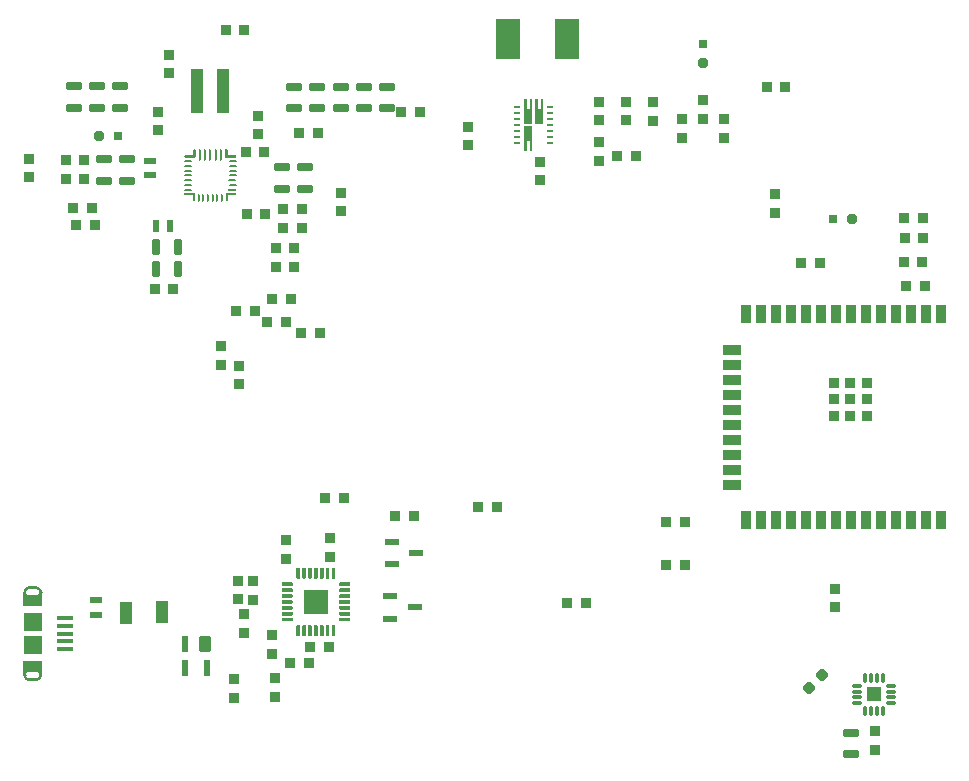
<source format=gtp>
G04*
G04 #@! TF.GenerationSoftware,Altium Limited,Altium Designer,25.8.1 (18)*
G04*
G04 Layer_Color=8421504*
%FSLAX25Y25*%
%MOIN*%
G70*
G04*
G04 #@! TF.SameCoordinates,64F7C8A9-438D-4F9F-9055-C3E4DFCE694A*
G04*
G04*
G04 #@! TF.FilePolarity,Positive*
G04*
G01*
G75*
%ADD20C,0.00000*%
%ADD21O,0.02362X0.00945*%
G04:AMPARAMS|DCode=22|XSize=35.43mil|YSize=35.43mil|CornerRadius=8.86mil|HoleSize=0mil|Usage=FLASHONLY|Rotation=270.000|XOffset=0mil|YOffset=0mil|HoleType=Round|Shape=RoundedRectangle|*
%AMROUNDEDRECTD22*
21,1,0.03543,0.01772,0,0,270.0*
21,1,0.01772,0.03543,0,0,270.0*
1,1,0.01772,-0.00886,-0.00886*
1,1,0.01772,-0.00886,0.00886*
1,1,0.01772,0.00886,0.00886*
1,1,0.01772,0.00886,-0.00886*
%
%ADD22ROUNDEDRECTD22*%
G04:AMPARAMS|DCode=23|XSize=35.04mil|YSize=36.61mil|CornerRadius=8.76mil|HoleSize=0mil|Usage=FLASHONLY|Rotation=270.000|XOffset=0mil|YOffset=0mil|HoleType=Round|Shape=RoundedRectangle|*
%AMROUNDEDRECTD23*
21,1,0.03504,0.01909,0,0,270.0*
21,1,0.01752,0.03661,0,0,270.0*
1,1,0.01752,-0.00955,-0.00876*
1,1,0.01752,-0.00955,0.00876*
1,1,0.01752,0.00955,0.00876*
1,1,0.01752,0.00955,-0.00876*
%
%ADD23ROUNDEDRECTD23*%
G04:AMPARAMS|DCode=24|XSize=35.43mil|YSize=35.43mil|CornerRadius=8.86mil|HoleSize=0mil|Usage=FLASHONLY|Rotation=180.000|XOffset=0mil|YOffset=0mil|HoleType=Round|Shape=RoundedRectangle|*
%AMROUNDEDRECTD24*
21,1,0.03543,0.01772,0,0,180.0*
21,1,0.01772,0.03543,0,0,180.0*
1,1,0.01772,-0.00886,0.00886*
1,1,0.01772,0.00886,0.00886*
1,1,0.01772,0.00886,-0.00886*
1,1,0.01772,-0.00886,-0.00886*
%
%ADD24ROUNDEDRECTD24*%
G04:AMPARAMS|DCode=25|XSize=23.23mil|YSize=51.18mil|CornerRadius=1.74mil|HoleSize=0mil|Usage=FLASHONLY|Rotation=180.000|XOffset=0mil|YOffset=0mil|HoleType=Round|Shape=RoundedRectangle|*
%AMROUNDEDRECTD25*
21,1,0.02323,0.04770,0,0,180.0*
21,1,0.01974,0.05118,0,0,180.0*
1,1,0.00348,-0.00987,0.02385*
1,1,0.00348,0.00987,0.02385*
1,1,0.00348,0.00987,-0.02385*
1,1,0.00348,-0.00987,-0.02385*
%
%ADD25ROUNDEDRECTD25*%
%ADD26R,0.06102X0.05906*%
%ADD27R,0.05315X0.01575*%
%ADD28R,0.03150X0.03150*%
%ADD29R,0.03150X0.03150*%
%ADD30R,0.02461X0.03937*%
%ADD31R,0.03937X0.02461*%
G04:AMPARAMS|DCode=32|XSize=35.04mil|YSize=36.61mil|CornerRadius=8.76mil|HoleSize=0mil|Usage=FLASHONLY|Rotation=180.000|XOffset=0mil|YOffset=0mil|HoleType=Round|Shape=RoundedRectangle|*
%AMROUNDEDRECTD32*
21,1,0.03504,0.01909,0,0,180.0*
21,1,0.01752,0.03661,0,0,180.0*
1,1,0.01752,-0.00876,0.00955*
1,1,0.01752,0.00876,0.00955*
1,1,0.01752,0.00876,-0.00955*
1,1,0.01752,-0.00876,-0.00955*
%
%ADD32ROUNDEDRECTD32*%
G04:AMPARAMS|DCode=33|XSize=55.12mil|YSize=27.56mil|CornerRadius=6.89mil|HoleSize=0mil|Usage=FLASHONLY|Rotation=180.000|XOffset=0mil|YOffset=0mil|HoleType=Round|Shape=RoundedRectangle|*
%AMROUNDEDRECTD33*
21,1,0.05512,0.01378,0,0,180.0*
21,1,0.04134,0.02756,0,0,180.0*
1,1,0.01378,-0.02067,0.00689*
1,1,0.01378,0.02067,0.00689*
1,1,0.01378,0.02067,-0.00689*
1,1,0.01378,-0.02067,-0.00689*
%
%ADD33ROUNDEDRECTD33*%
G04:AMPARAMS|DCode=34|XSize=55.12mil|YSize=27.56mil|CornerRadius=6.89mil|HoleSize=0mil|Usage=FLASHONLY|Rotation=90.000|XOffset=0mil|YOffset=0mil|HoleType=Round|Shape=RoundedRectangle|*
%AMROUNDEDRECTD34*
21,1,0.05512,0.01378,0,0,90.0*
21,1,0.04134,0.02756,0,0,90.0*
1,1,0.01378,0.00689,0.02067*
1,1,0.01378,0.00689,-0.02067*
1,1,0.01378,-0.00689,-0.02067*
1,1,0.01378,-0.00689,0.02067*
%
%ADD34ROUNDEDRECTD34*%
%ADD35R,0.08342X0.08342*%
G04:AMPARAMS|DCode=36|XSize=7.87mil|YSize=23.62mil|CornerRadius=1.97mil|HoleSize=0mil|Usage=FLASHONLY|Rotation=0.000|XOffset=0mil|YOffset=0mil|HoleType=Round|Shape=RoundedRectangle|*
%AMROUNDEDRECTD36*
21,1,0.00787,0.01968,0,0,0.0*
21,1,0.00394,0.02362,0,0,0.0*
1,1,0.00394,0.00197,-0.00984*
1,1,0.00394,-0.00197,-0.00984*
1,1,0.00394,-0.00197,0.00984*
1,1,0.00394,0.00197,0.00984*
%
%ADD36ROUNDEDRECTD36*%
G04:AMPARAMS|DCode=37|XSize=7.87mil|YSize=39.37mil|CornerRadius=1.97mil|HoleSize=0mil|Usage=FLASHONLY|Rotation=0.000|XOffset=0mil|YOffset=0mil|HoleType=Round|Shape=RoundedRectangle|*
%AMROUNDEDRECTD37*
21,1,0.00787,0.03543,0,0,0.0*
21,1,0.00394,0.03937,0,0,0.0*
1,1,0.00394,0.00197,-0.01772*
1,1,0.00394,-0.00197,-0.01772*
1,1,0.00394,-0.00197,0.01772*
1,1,0.00394,0.00197,0.01772*
%
%ADD37ROUNDEDRECTD37*%
G04:AMPARAMS|DCode=38|XSize=11.81mil|YSize=31.5mil|CornerRadius=2.95mil|HoleSize=0mil|Usage=FLASHONLY|Rotation=90.000|XOffset=0mil|YOffset=0mil|HoleType=Round|Shape=RoundedRectangle|*
%AMROUNDEDRECTD38*
21,1,0.01181,0.02559,0,0,90.0*
21,1,0.00591,0.03150,0,0,90.0*
1,1,0.00591,0.01280,0.00295*
1,1,0.00591,0.01280,-0.00295*
1,1,0.00591,-0.01280,-0.00295*
1,1,0.00591,-0.01280,0.00295*
%
%ADD38ROUNDEDRECTD38*%
G04:AMPARAMS|DCode=39|XSize=11.81mil|YSize=31.5mil|CornerRadius=2.95mil|HoleSize=0mil|Usage=FLASHONLY|Rotation=0.000|XOffset=0mil|YOffset=0mil|HoleType=Round|Shape=RoundedRectangle|*
%AMROUNDEDRECTD39*
21,1,0.01181,0.02559,0,0,0.0*
21,1,0.00591,0.03150,0,0,0.0*
1,1,0.00591,0.00295,-0.01280*
1,1,0.00591,-0.00295,-0.01280*
1,1,0.00591,-0.00295,0.01280*
1,1,0.00591,0.00295,0.01280*
%
%ADD39ROUNDEDRECTD39*%
%ADD40R,0.04842X0.04842*%
%ADD41R,0.03543X0.03543*%
%ADD42R,0.03543X0.05906*%
%ADD43R,0.05906X0.03543*%
G04:AMPARAMS|DCode=44|XSize=26.77mil|YSize=7.87mil|CornerRadius=1.97mil|HoleSize=0mil|Usage=FLASHONLY|Rotation=0.000|XOffset=0mil|YOffset=0mil|HoleType=Round|Shape=RoundedRectangle|*
%AMROUNDEDRECTD44*
21,1,0.02677,0.00394,0,0,0.0*
21,1,0.02284,0.00787,0,0,0.0*
1,1,0.00394,0.01142,-0.00197*
1,1,0.00394,-0.01142,-0.00197*
1,1,0.00394,-0.01142,0.00197*
1,1,0.00394,0.01142,0.00197*
%
%ADD44ROUNDEDRECTD44*%
G04:AMPARAMS|DCode=45|XSize=25.59mil|YSize=7.87mil|CornerRadius=1.97mil|HoleSize=0mil|Usage=FLASHONLY|Rotation=0.000|XOffset=0mil|YOffset=0mil|HoleType=Round|Shape=RoundedRectangle|*
%AMROUNDEDRECTD45*
21,1,0.02559,0.00394,0,0,0.0*
21,1,0.02165,0.00787,0,0,0.0*
1,1,0.00394,0.01083,-0.00197*
1,1,0.00394,-0.01083,-0.00197*
1,1,0.00394,-0.01083,0.00197*
1,1,0.00394,0.01083,0.00197*
%
%ADD45ROUNDEDRECTD45*%
G04:AMPARAMS|DCode=46|XSize=27.56mil|YSize=7.87mil|CornerRadius=1.97mil|HoleSize=0mil|Usage=FLASHONLY|Rotation=0.000|XOffset=0mil|YOffset=0mil|HoleType=Round|Shape=RoundedRectangle|*
%AMROUNDEDRECTD46*
21,1,0.02756,0.00394,0,0,0.0*
21,1,0.02362,0.00787,0,0,0.0*
1,1,0.00394,0.01181,-0.00197*
1,1,0.00394,-0.01181,-0.00197*
1,1,0.00394,-0.01181,0.00197*
1,1,0.00394,0.01181,0.00197*
%
%ADD46ROUNDEDRECTD46*%
G04:AMPARAMS|DCode=47|XSize=7.87mil|YSize=37.4mil|CornerRadius=1.97mil|HoleSize=0mil|Usage=FLASHONLY|Rotation=0.000|XOffset=0mil|YOffset=0mil|HoleType=Round|Shape=RoundedRectangle|*
%AMROUNDEDRECTD47*
21,1,0.00787,0.03347,0,0,0.0*
21,1,0.00394,0.03740,0,0,0.0*
1,1,0.00394,0.00197,-0.01673*
1,1,0.00394,-0.00197,-0.01673*
1,1,0.00394,-0.00197,0.01673*
1,1,0.00394,0.00197,0.01673*
%
%ADD47ROUNDEDRECTD47*%
G04:AMPARAMS|DCode=48|XSize=23.62mil|YSize=7.87mil|CornerRadius=1.97mil|HoleSize=0mil|Usage=FLASHONLY|Rotation=0.000|XOffset=0mil|YOffset=0mil|HoleType=Round|Shape=RoundedRectangle|*
%AMROUNDEDRECTD48*
21,1,0.02362,0.00394,0,0,0.0*
21,1,0.01968,0.00787,0,0,0.0*
1,1,0.00394,0.00984,-0.00197*
1,1,0.00394,-0.00984,-0.00197*
1,1,0.00394,-0.00984,0.00197*
1,1,0.00394,0.00984,0.00197*
%
%ADD48ROUNDEDRECTD48*%
%ADD49R,0.03900X0.07500*%
G04:AMPARAMS|DCode=50|XSize=35.43mil|YSize=35.43mil|CornerRadius=8.86mil|HoleSize=0mil|Usage=FLASHONLY|Rotation=315.000|XOffset=0mil|YOffset=0mil|HoleType=Round|Shape=RoundedRectangle|*
%AMROUNDEDRECTD50*
21,1,0.03543,0.01772,0,0,315.0*
21,1,0.01772,0.03543,0,0,315.0*
1,1,0.01772,0.00000,-0.01253*
1,1,0.01772,-0.01253,0.00000*
1,1,0.01772,0.00000,0.01253*
1,1,0.01772,0.01253,0.00000*
%
%ADD50ROUNDEDRECTD50*%
%ADD51R,0.03858X0.15000*%
%ADD52R,0.04800X0.02200*%
G04:AMPARAMS|DCode=53|XSize=31.5mil|YSize=31.5mil|CornerRadius=7.87mil|HoleSize=0mil|Usage=FLASHONLY|Rotation=90.000|XOffset=0mil|YOffset=0mil|HoleType=Round|Shape=RoundedRectangle|*
%AMROUNDEDRECTD53*
21,1,0.03150,0.01575,0,0,90.0*
21,1,0.01575,0.03150,0,0,90.0*
1,1,0.01575,0.00787,0.00787*
1,1,0.01575,0.00787,-0.00787*
1,1,0.01575,-0.00787,-0.00787*
1,1,0.01575,-0.00787,0.00787*
%
%ADD53ROUNDEDRECTD53*%
G04:AMPARAMS|DCode=54|XSize=31.5mil|YSize=31.5mil|CornerRadius=7.87mil|HoleSize=0mil|Usage=FLASHONLY|Rotation=0.000|XOffset=0mil|YOffset=0mil|HoleType=Round|Shape=RoundedRectangle|*
%AMROUNDEDRECTD54*
21,1,0.03150,0.01575,0,0,0.0*
21,1,0.01575,0.03150,0,0,0.0*
1,1,0.01575,0.00787,-0.00787*
1,1,0.01575,-0.00787,-0.00787*
1,1,0.01575,-0.00787,0.00787*
1,1,0.01575,0.00787,0.00787*
%
%ADD54ROUNDEDRECTD54*%
%ADD55R,0.08300X0.13300*%
G04:AMPARAMS|DCode=56|XSize=38.98mil|YSize=51.18mil|CornerRadius=2.92mil|HoleSize=0mil|Usage=FLASHONLY|Rotation=180.000|XOffset=0mil|YOffset=0mil|HoleType=Round|Shape=RoundedRectangle|*
%AMROUNDEDRECTD56*
21,1,0.03898,0.04534,0,0,180.0*
21,1,0.03313,0.05118,0,0,180.0*
1,1,0.00585,-0.01657,0.02267*
1,1,0.00585,0.01657,0.02267*
1,1,0.00585,0.01657,-0.02267*
1,1,0.00585,-0.01657,-0.02267*
%
%ADD56ROUNDEDRECTD56*%
G36*
X177010Y231725D02*
X174412D01*
Y239993D01*
X175199D01*
Y236647D01*
X176223D01*
Y239993D01*
X177010D01*
Y231725D01*
D02*
G37*
G36*
X173388D02*
X170790D01*
Y239993D01*
X171577D01*
Y236647D01*
X172601D01*
Y239993D01*
X173388D01*
Y231725D01*
D02*
G37*
G36*
Y222670D02*
X172601D01*
Y226016D01*
X171577D01*
Y222670D01*
X170790D01*
Y230938D01*
X173388D01*
Y222670D01*
D02*
G37*
G36*
X71691Y223252D02*
X71698D01*
X71710Y223248D01*
X71718D01*
X71730Y223244D01*
X71738Y223240D01*
X71750Y223236D01*
X71758Y223229D01*
X71765Y223224D01*
X71773Y223217D01*
X71781Y223213D01*
X71789Y223205D01*
X71797Y223197D01*
X71805Y223189D01*
X71813Y223181D01*
X71816Y223173D01*
X71824Y223165D01*
X71828Y223158D01*
X71836Y223150D01*
X71840Y223138D01*
X71844Y223130D01*
X71848Y223118D01*
Y223110D01*
X71852Y223098D01*
Y223091D01*
X71856Y223079D01*
Y223071D01*
Y223059D01*
Y221287D01*
X74632D01*
X74643Y221284D01*
X74651D01*
X74663Y221280D01*
X74671D01*
X74683Y221276D01*
X74691Y221272D01*
X74702Y221268D01*
X74710Y221260D01*
X74718Y221256D01*
X74726Y221248D01*
X74734Y221244D01*
X74742Y221236D01*
X74750Y221229D01*
X74757Y221221D01*
X74765Y221213D01*
X74769Y221205D01*
X74777Y221197D01*
X74781Y221189D01*
X74789Y221181D01*
X74793Y221169D01*
X74797Y221162D01*
X74801Y221150D01*
Y221142D01*
X74805Y221130D01*
Y221122D01*
X74809Y221110D01*
Y221102D01*
Y221091D01*
Y220697D01*
Y220685D01*
Y220677D01*
X74805Y220666D01*
Y220658D01*
X74801Y220646D01*
Y220638D01*
X74797Y220626D01*
X74793Y220618D01*
X74789Y220606D01*
X74781Y220599D01*
X74777Y220591D01*
X74769Y220583D01*
X74765Y220575D01*
X74757Y220567D01*
X74750Y220559D01*
X74742Y220551D01*
X74734Y220543D01*
X74726Y220539D01*
X74718Y220532D01*
X74710Y220528D01*
X74702Y220520D01*
X74691Y220516D01*
X74683Y220512D01*
X74671Y220508D01*
X74663D01*
X74651Y220504D01*
X74643D01*
X74632Y220500D01*
X71246D01*
X71234Y220504D01*
X71226D01*
X71214Y220508D01*
X71206D01*
X71194Y220512D01*
X71187Y220516D01*
X71175Y220520D01*
X71167Y220528D01*
X71159Y220532D01*
X71151Y220539D01*
X71143Y220543D01*
X71135Y220551D01*
X71128Y220559D01*
X71120Y220567D01*
X71112Y220575D01*
X71108Y220583D01*
X71100Y220591D01*
X71096Y220599D01*
X71088Y220606D01*
X71084Y220618D01*
X71080Y220626D01*
X71076Y220638D01*
Y220646D01*
X71073Y220658D01*
Y220666D01*
X71069Y220677D01*
Y220685D01*
Y220697D01*
Y223059D01*
Y223071D01*
Y223079D01*
X71073Y223091D01*
Y223098D01*
X71076Y223110D01*
Y223118D01*
X71080Y223130D01*
X71084Y223138D01*
X71088Y223150D01*
X71096Y223158D01*
X71100Y223165D01*
X71108Y223173D01*
X71112Y223181D01*
X71120Y223189D01*
X71128Y223197D01*
X71135Y223205D01*
X71143Y223213D01*
X71151Y223217D01*
X71159Y223224D01*
X71167Y223229D01*
X71175Y223236D01*
X71187Y223240D01*
X71194Y223244D01*
X71206Y223248D01*
X71214D01*
X71226Y223252D01*
X71234D01*
X71246Y223256D01*
X71679D01*
X71691Y223252D01*
D02*
G37*
G36*
X61061D02*
X61068D01*
X61080Y223248D01*
X61088D01*
X61100Y223244D01*
X61108Y223240D01*
X61120Y223236D01*
X61128Y223229D01*
X61136Y223224D01*
X61143Y223217D01*
X61151Y223213D01*
X61159Y223205D01*
X61167Y223197D01*
X61175Y223189D01*
X61183Y223181D01*
X61187Y223173D01*
X61194Y223165D01*
X61198Y223158D01*
X61206Y223150D01*
X61210Y223138D01*
X61214Y223130D01*
X61218Y223118D01*
Y223110D01*
X61222Y223098D01*
Y223091D01*
X61226Y223079D01*
Y223071D01*
Y223059D01*
Y220697D01*
Y220685D01*
Y220677D01*
X61222Y220666D01*
Y220658D01*
X61218Y220646D01*
Y220638D01*
X61214Y220626D01*
X61210Y220618D01*
X61206Y220606D01*
X61198Y220599D01*
X61194Y220591D01*
X61187Y220583D01*
X61183Y220575D01*
X61175Y220567D01*
X61167Y220559D01*
X61159Y220551D01*
X61151Y220543D01*
X61143Y220539D01*
X61136Y220532D01*
X61128Y220528D01*
X61120Y220520D01*
X61108Y220516D01*
X61100Y220512D01*
X61088Y220508D01*
X61080D01*
X61068Y220504D01*
X61061D01*
X61049Y220500D01*
X57663D01*
X57651Y220504D01*
X57643D01*
X57631Y220508D01*
X57624D01*
X57612Y220512D01*
X57604Y220516D01*
X57592Y220520D01*
X57584Y220528D01*
X57576Y220532D01*
X57569Y220539D01*
X57561Y220543D01*
X57553Y220551D01*
X57545Y220559D01*
X57537Y220567D01*
X57529Y220575D01*
X57525Y220583D01*
X57517Y220591D01*
X57513Y220599D01*
X57506Y220606D01*
X57502Y220618D01*
X57498Y220626D01*
X57494Y220638D01*
Y220646D01*
X57490Y220658D01*
Y220666D01*
X57486Y220677D01*
Y220685D01*
Y220697D01*
Y221091D01*
Y221102D01*
Y221110D01*
X57490Y221122D01*
Y221130D01*
X57494Y221142D01*
Y221150D01*
X57498Y221162D01*
X57502Y221169D01*
X57506Y221181D01*
X57513Y221189D01*
X57517Y221197D01*
X57525Y221205D01*
X57529Y221213D01*
X57537Y221221D01*
X57545Y221229D01*
X57553Y221236D01*
X57561Y221244D01*
X57569Y221248D01*
X57576Y221256D01*
X57584Y221260D01*
X57592Y221268D01*
X57604Y221272D01*
X57612Y221276D01*
X57624Y221280D01*
X57631D01*
X57643Y221284D01*
X57651D01*
X57663Y221287D01*
X60439D01*
Y223059D01*
Y223071D01*
Y223079D01*
X60443Y223091D01*
Y223098D01*
X60447Y223110D01*
Y223118D01*
X60450Y223130D01*
X60454Y223138D01*
X60458Y223150D01*
X60466Y223158D01*
X60470Y223165D01*
X60478Y223173D01*
X60482Y223181D01*
X60490Y223189D01*
X60498Y223197D01*
X60505Y223205D01*
X60513Y223213D01*
X60521Y223217D01*
X60529Y223224D01*
X60537Y223229D01*
X60545Y223236D01*
X60557Y223240D01*
X60565Y223244D01*
X60576Y223248D01*
X60584D01*
X60596Y223252D01*
X60604D01*
X60616Y223256D01*
X61049D01*
X61061Y223252D01*
D02*
G37*
G36*
X74643Y208685D02*
X74651D01*
X74663Y208681D01*
X74671D01*
X74683Y208677D01*
X74691Y208673D01*
X74702Y208669D01*
X74710Y208662D01*
X74718Y208658D01*
X74726Y208650D01*
X74734Y208646D01*
X74742Y208638D01*
X74750Y208630D01*
X74757Y208622D01*
X74765Y208614D01*
X74769Y208606D01*
X74777Y208598D01*
X74781Y208591D01*
X74789Y208583D01*
X74793Y208571D01*
X74797Y208563D01*
X74801Y208551D01*
Y208543D01*
X74805Y208532D01*
Y208524D01*
X74809Y208512D01*
Y208504D01*
Y208492D01*
Y208099D01*
Y208087D01*
Y208079D01*
X74805Y208067D01*
Y208059D01*
X74801Y208047D01*
Y208039D01*
X74797Y208028D01*
X74793Y208020D01*
X74789Y208008D01*
X74781Y208000D01*
X74777Y207992D01*
X74769Y207984D01*
X74765Y207977D01*
X74757Y207969D01*
X74750Y207961D01*
X74742Y207953D01*
X74734Y207945D01*
X74726Y207941D01*
X74718Y207933D01*
X74710Y207929D01*
X74702Y207921D01*
X74691Y207917D01*
X74683Y207913D01*
X74671Y207910D01*
X74663D01*
X74651Y207906D01*
X74643D01*
X74632Y207902D01*
X72053D01*
Y206130D01*
Y206118D01*
Y206110D01*
X72049Y206099D01*
Y206091D01*
X72045Y206079D01*
Y206071D01*
X72041Y206059D01*
X72037Y206051D01*
X72033Y206040D01*
X72025Y206032D01*
X72021Y206024D01*
X72013Y206016D01*
X72009Y206008D01*
X72002Y206000D01*
X71994Y205992D01*
X71986Y205984D01*
X71978Y205977D01*
X71970Y205973D01*
X71962Y205965D01*
X71954Y205961D01*
X71947Y205953D01*
X71935Y205949D01*
X71927Y205945D01*
X71915Y205941D01*
X71907D01*
X71895Y205937D01*
X71887D01*
X71876Y205933D01*
X71443D01*
X71431Y205937D01*
X71423D01*
X71411Y205941D01*
X71403D01*
X71391Y205945D01*
X71384Y205949D01*
X71372Y205953D01*
X71364Y205961D01*
X71356Y205965D01*
X71348Y205973D01*
X71340Y205977D01*
X71332Y205984D01*
X71324Y205992D01*
X71316Y206000D01*
X71309Y206008D01*
X71305Y206016D01*
X71297Y206024D01*
X71293Y206032D01*
X71285Y206040D01*
X71281Y206051D01*
X71277Y206059D01*
X71273Y206071D01*
Y206079D01*
X71269Y206091D01*
Y206099D01*
X71265Y206110D01*
Y206118D01*
Y206130D01*
Y208492D01*
Y208504D01*
Y208512D01*
X71269Y208524D01*
Y208532D01*
X71273Y208543D01*
Y208551D01*
X71277Y208563D01*
X71281Y208571D01*
X71285Y208583D01*
X71293Y208591D01*
X71297Y208598D01*
X71305Y208606D01*
X71309Y208614D01*
X71316Y208622D01*
X71324Y208630D01*
X71332Y208638D01*
X71340Y208646D01*
X71348Y208650D01*
X71356Y208658D01*
X71364Y208662D01*
X71372Y208669D01*
X71384Y208673D01*
X71391Y208677D01*
X71403Y208681D01*
X71411D01*
X71423Y208685D01*
X71431D01*
X71443Y208689D01*
X74632D01*
X74643Y208685D01*
D02*
G37*
G36*
X60864D02*
X60872D01*
X60883Y208681D01*
X60891D01*
X60903Y208677D01*
X60911Y208673D01*
X60923Y208669D01*
X60931Y208662D01*
X60939Y208658D01*
X60947Y208650D01*
X60954Y208646D01*
X60962Y208638D01*
X60970Y208630D01*
X60978Y208622D01*
X60986Y208614D01*
X60990Y208606D01*
X60998Y208598D01*
X61002Y208591D01*
X61010Y208583D01*
X61013Y208571D01*
X61017Y208563D01*
X61021Y208551D01*
Y208543D01*
X61025Y208532D01*
Y208524D01*
X61029Y208512D01*
Y208504D01*
Y208492D01*
Y206130D01*
Y206118D01*
Y206110D01*
X61025Y206099D01*
Y206091D01*
X61021Y206079D01*
Y206071D01*
X61017Y206059D01*
X61013Y206051D01*
X61010Y206040D01*
X61002Y206032D01*
X60998Y206024D01*
X60990Y206016D01*
X60986Y206008D01*
X60978Y206000D01*
X60970Y205992D01*
X60962Y205984D01*
X60954Y205977D01*
X60947Y205973D01*
X60939Y205965D01*
X60931Y205961D01*
X60923Y205953D01*
X60911Y205949D01*
X60903Y205945D01*
X60891Y205941D01*
X60883D01*
X60872Y205937D01*
X60864D01*
X60852Y205933D01*
X60419D01*
X60407Y205937D01*
X60399D01*
X60387Y205941D01*
X60379D01*
X60368Y205945D01*
X60360Y205949D01*
X60348Y205953D01*
X60340Y205961D01*
X60332Y205965D01*
X60324Y205973D01*
X60316Y205977D01*
X60309Y205984D01*
X60301Y205992D01*
X60293Y206000D01*
X60285Y206008D01*
X60281Y206016D01*
X60273Y206024D01*
X60269Y206032D01*
X60261Y206040D01*
X60258Y206051D01*
X60254Y206059D01*
X60250Y206071D01*
Y206079D01*
X60246Y206091D01*
Y206099D01*
X60242Y206110D01*
Y206118D01*
Y206130D01*
Y207902D01*
X57663D01*
X57651Y207906D01*
X57643D01*
X57631Y207910D01*
X57624D01*
X57612Y207913D01*
X57604Y207917D01*
X57592Y207921D01*
X57584Y207929D01*
X57576Y207933D01*
X57569Y207941D01*
X57561Y207945D01*
X57553Y207953D01*
X57545Y207961D01*
X57537Y207969D01*
X57529Y207977D01*
X57525Y207984D01*
X57517Y207992D01*
X57513Y208000D01*
X57506Y208008D01*
X57502Y208020D01*
X57498Y208028D01*
X57494Y208039D01*
Y208047D01*
X57490Y208059D01*
Y208067D01*
X57486Y208079D01*
Y208087D01*
Y208099D01*
Y208492D01*
Y208504D01*
Y208512D01*
X57490Y208524D01*
Y208532D01*
X57494Y208543D01*
Y208551D01*
X57498Y208563D01*
X57502Y208571D01*
X57506Y208583D01*
X57513Y208591D01*
X57517Y208598D01*
X57525Y208606D01*
X57529Y208614D01*
X57537Y208622D01*
X57545Y208630D01*
X57553Y208638D01*
X57561Y208646D01*
X57569Y208650D01*
X57576Y208658D01*
X57584Y208662D01*
X57592Y208669D01*
X57604Y208673D01*
X57612Y208677D01*
X57624Y208681D01*
X57631D01*
X57643Y208685D01*
X57651D01*
X57663Y208689D01*
X60852D01*
X60864Y208685D01*
D02*
G37*
G36*
X107796Y80569D02*
Y80538D01*
X107792Y80506D01*
X107788Y80479D01*
X107784Y80447D01*
X107776Y80416D01*
X107768Y80388D01*
X107757Y80357D01*
X107745Y80329D01*
X107733Y80302D01*
X107717Y80274D01*
X107702Y80247D01*
X107682Y80223D01*
X107666Y80199D01*
X107642Y80176D01*
X107623Y80152D01*
X107599Y80132D01*
X107576Y80109D01*
X107552Y80093D01*
X107528Y80073D01*
X107501Y80058D01*
X107473Y80042D01*
X107446Y80030D01*
X107418Y80018D01*
X107387Y80006D01*
X107359Y79998D01*
X107328Y79991D01*
X107296Y79987D01*
X107269Y79983D01*
X107237Y79979D01*
X107174D01*
X107142Y79983D01*
X107115Y79987D01*
X107083Y79991D01*
X107052Y79998D01*
X107024Y80006D01*
X106993Y80018D01*
X106965Y80030D01*
X106938Y80042D01*
X106910Y80058D01*
X106883Y80073D01*
X106859Y80093D01*
X106835Y80109D01*
X106812Y80132D01*
X106788Y80152D01*
X106769Y80176D01*
X106745Y80199D01*
X106729Y80223D01*
X106709Y80247D01*
X106694Y80274D01*
X106678Y80302D01*
X106666Y80329D01*
X106654Y80357D01*
X106642Y80388D01*
X106635Y80416D01*
X106627Y80447D01*
X106623Y80479D01*
X106619Y80506D01*
X106615Y80538D01*
Y80569D01*
Y83719D01*
X107796D01*
Y80569D01*
D02*
G37*
G36*
X105828D02*
Y80538D01*
X105824Y80506D01*
X105820Y80479D01*
X105816Y80447D01*
X105808Y80416D01*
X105800Y80388D01*
X105788Y80357D01*
X105776Y80329D01*
X105765Y80302D01*
X105749Y80274D01*
X105733Y80247D01*
X105713Y80223D01*
X105698Y80199D01*
X105674Y80176D01*
X105654Y80152D01*
X105631Y80132D01*
X105607Y80109D01*
X105584Y80093D01*
X105560Y80073D01*
X105532Y80058D01*
X105505Y80042D01*
X105477Y80030D01*
X105450Y80018D01*
X105418Y80006D01*
X105391Y79998D01*
X105359Y79991D01*
X105328Y79987D01*
X105300Y79983D01*
X105269Y79979D01*
X105206D01*
X105174Y79983D01*
X105147Y79987D01*
X105115Y79991D01*
X105084Y79998D01*
X105056Y80006D01*
X105024Y80018D01*
X104997Y80030D01*
X104969Y80042D01*
X104942Y80058D01*
X104914Y80073D01*
X104891Y80093D01*
X104867Y80109D01*
X104843Y80132D01*
X104820Y80152D01*
X104800Y80176D01*
X104776Y80199D01*
X104761Y80223D01*
X104741Y80247D01*
X104725Y80274D01*
X104709Y80302D01*
X104698Y80329D01*
X104686Y80357D01*
X104674Y80388D01*
X104666Y80416D01*
X104658Y80447D01*
X104654Y80479D01*
X104650Y80506D01*
X104647Y80538D01*
Y80569D01*
Y83719D01*
X105828D01*
Y80569D01*
D02*
G37*
G36*
X103859D02*
Y80538D01*
X103855Y80506D01*
X103851Y80479D01*
X103847Y80447D01*
X103839Y80416D01*
X103832Y80388D01*
X103820Y80357D01*
X103808Y80329D01*
X103796Y80302D01*
X103780Y80274D01*
X103765Y80247D01*
X103745Y80223D01*
X103729Y80199D01*
X103706Y80176D01*
X103686Y80152D01*
X103662Y80132D01*
X103639Y80109D01*
X103615Y80093D01*
X103591Y80073D01*
X103564Y80058D01*
X103536Y80042D01*
X103509Y80030D01*
X103481Y80018D01*
X103450Y80006D01*
X103422Y79998D01*
X103391Y79991D01*
X103359Y79987D01*
X103331Y79983D01*
X103300Y79979D01*
X103237D01*
X103206Y79983D01*
X103178Y79987D01*
X103147Y79991D01*
X103115Y79998D01*
X103087Y80006D01*
X103056Y80018D01*
X103028Y80030D01*
X103001Y80042D01*
X102973Y80058D01*
X102946Y80073D01*
X102922Y80093D01*
X102898Y80109D01*
X102875Y80132D01*
X102851Y80152D01*
X102831Y80176D01*
X102808Y80199D01*
X102792Y80223D01*
X102772Y80247D01*
X102757Y80274D01*
X102741Y80302D01*
X102729Y80329D01*
X102717Y80357D01*
X102706Y80388D01*
X102698Y80416D01*
X102690Y80447D01*
X102686Y80479D01*
X102682Y80506D01*
X102678Y80538D01*
Y80569D01*
Y83719D01*
X103859D01*
Y80569D01*
D02*
G37*
G36*
X101891D02*
Y80538D01*
X101887Y80506D01*
X101883Y80479D01*
X101879Y80447D01*
X101871Y80416D01*
X101863Y80388D01*
X101851Y80357D01*
X101839Y80329D01*
X101828Y80302D01*
X101812Y80274D01*
X101796Y80247D01*
X101776Y80223D01*
X101761Y80199D01*
X101737Y80176D01*
X101717Y80152D01*
X101694Y80132D01*
X101670Y80109D01*
X101646Y80093D01*
X101623Y80073D01*
X101595Y80058D01*
X101568Y80042D01*
X101540Y80030D01*
X101513Y80018D01*
X101481Y80006D01*
X101453Y79998D01*
X101422Y79991D01*
X101391Y79987D01*
X101363Y79983D01*
X101331Y79979D01*
X101268D01*
X101237Y79983D01*
X101209Y79987D01*
X101178Y79991D01*
X101146Y79998D01*
X101119Y80006D01*
X101087Y80018D01*
X101060Y80030D01*
X101032Y80042D01*
X101005Y80058D01*
X100977Y80073D01*
X100953Y80093D01*
X100930Y80109D01*
X100906Y80132D01*
X100883Y80152D01*
X100863Y80176D01*
X100839Y80199D01*
X100824Y80223D01*
X100804Y80247D01*
X100788Y80274D01*
X100772Y80302D01*
X100761Y80329D01*
X100749Y80357D01*
X100737Y80388D01*
X100729Y80416D01*
X100721Y80447D01*
X100717Y80479D01*
X100713Y80506D01*
X100709Y80538D01*
Y80569D01*
Y83719D01*
X101891D01*
Y80569D01*
D02*
G37*
G36*
X99922D02*
Y80538D01*
X99918Y80506D01*
X99914Y80479D01*
X99910Y80447D01*
X99902Y80416D01*
X99894Y80388D01*
X99883Y80357D01*
X99871Y80329D01*
X99859Y80302D01*
X99843Y80274D01*
X99828Y80247D01*
X99808Y80223D01*
X99792Y80199D01*
X99769Y80176D01*
X99749Y80152D01*
X99725Y80132D01*
X99702Y80109D01*
X99678Y80093D01*
X99654Y80073D01*
X99627Y80058D01*
X99599Y80042D01*
X99572Y80030D01*
X99544Y80018D01*
X99513Y80006D01*
X99485Y79998D01*
X99454Y79991D01*
X99422Y79987D01*
X99395Y79983D01*
X99363Y79979D01*
X99300D01*
X99269Y79983D01*
X99241Y79987D01*
X99209Y79991D01*
X99178Y79998D01*
X99150Y80006D01*
X99119Y80018D01*
X99091Y80030D01*
X99064Y80042D01*
X99036Y80058D01*
X99009Y80073D01*
X98985Y80093D01*
X98961Y80109D01*
X98938Y80132D01*
X98914Y80152D01*
X98895Y80176D01*
X98871Y80199D01*
X98855Y80223D01*
X98835Y80247D01*
X98820Y80274D01*
X98804Y80302D01*
X98792Y80329D01*
X98780Y80357D01*
X98769Y80388D01*
X98761Y80416D01*
X98753Y80447D01*
X98749Y80479D01*
X98745Y80506D01*
X98741Y80538D01*
Y80569D01*
Y83719D01*
X99922D01*
Y80569D01*
D02*
G37*
G36*
X97953D02*
Y80538D01*
X97950Y80506D01*
X97946Y80479D01*
X97942Y80447D01*
X97934Y80416D01*
X97926Y80388D01*
X97914Y80357D01*
X97902Y80329D01*
X97891Y80302D01*
X97875Y80274D01*
X97859Y80247D01*
X97839Y80223D01*
X97824Y80199D01*
X97800Y80176D01*
X97780Y80152D01*
X97757Y80132D01*
X97733Y80109D01*
X97710Y80093D01*
X97686Y80073D01*
X97658Y80058D01*
X97631Y80042D01*
X97603Y80030D01*
X97576Y80018D01*
X97544Y80006D01*
X97517Y79998D01*
X97485Y79991D01*
X97453Y79987D01*
X97426Y79983D01*
X97395Y79979D01*
X97332D01*
X97300Y79983D01*
X97272Y79987D01*
X97241Y79991D01*
X97210Y79998D01*
X97182Y80006D01*
X97150Y80018D01*
X97123Y80030D01*
X97095Y80042D01*
X97068Y80058D01*
X97040Y80073D01*
X97017Y80093D01*
X96993Y80109D01*
X96969Y80132D01*
X96946Y80152D01*
X96926Y80176D01*
X96902Y80199D01*
X96887Y80223D01*
X96867Y80247D01*
X96851Y80274D01*
X96835Y80302D01*
X96824Y80329D01*
X96812Y80357D01*
X96800Y80388D01*
X96792Y80416D01*
X96784Y80447D01*
X96780Y80479D01*
X96776Y80506D01*
X96772Y80538D01*
Y80569D01*
Y83719D01*
X97953D01*
Y80569D01*
D02*
G37*
G36*
X95985D02*
Y80538D01*
X95981Y80506D01*
X95977Y80479D01*
X95973Y80447D01*
X95965Y80416D01*
X95957Y80388D01*
X95946Y80357D01*
X95934Y80329D01*
X95922Y80302D01*
X95906Y80274D01*
X95890Y80247D01*
X95871Y80223D01*
X95855Y80199D01*
X95832Y80176D01*
X95812Y80152D01*
X95788Y80132D01*
X95765Y80109D01*
X95741Y80093D01*
X95717Y80073D01*
X95690Y80058D01*
X95662Y80042D01*
X95635Y80030D01*
X95607Y80018D01*
X95576Y80006D01*
X95548Y79998D01*
X95517Y79991D01*
X95485Y79987D01*
X95458Y79983D01*
X95426Y79979D01*
X95363D01*
X95332Y79983D01*
X95304Y79987D01*
X95272Y79991D01*
X95241Y79998D01*
X95213Y80006D01*
X95182Y80018D01*
X95154Y80030D01*
X95127Y80042D01*
X95099Y80058D01*
X95072Y80073D01*
X95048Y80093D01*
X95024Y80109D01*
X95001Y80132D01*
X94977Y80152D01*
X94958Y80176D01*
X94934Y80199D01*
X94918Y80223D01*
X94898Y80247D01*
X94883Y80274D01*
X94867Y80302D01*
X94855Y80329D01*
X94843Y80357D01*
X94832Y80388D01*
X94824Y80416D01*
X94816Y80447D01*
X94812Y80479D01*
X94808Y80506D01*
X94804Y80538D01*
Y80569D01*
Y83719D01*
X95985D01*
Y80569D01*
D02*
G37*
G36*
X112619Y77715D02*
X109438D01*
X109406Y77719D01*
X109379Y77723D01*
X109347Y77727D01*
X109316Y77735D01*
X109288Y77742D01*
X109257Y77754D01*
X109229Y77766D01*
X109202Y77778D01*
X109174Y77794D01*
X109146Y77810D01*
X109123Y77829D01*
X109099Y77845D01*
X109076Y77868D01*
X109052Y77888D01*
X109032Y77912D01*
X109009Y77935D01*
X108993Y77959D01*
X108973Y77983D01*
X108958Y78010D01*
X108942Y78038D01*
X108930Y78065D01*
X108918Y78093D01*
X108906Y78124D01*
X108898Y78152D01*
X108891Y78184D01*
X108887Y78215D01*
X108883Y78242D01*
X108879Y78274D01*
Y78306D01*
Y78337D01*
X108883Y78369D01*
X108887Y78396D01*
X108891Y78428D01*
X108898Y78459D01*
X108906Y78487D01*
X108918Y78518D01*
X108930Y78546D01*
X108942Y78573D01*
X108958Y78601D01*
X108973Y78628D01*
X108993Y78652D01*
X109009Y78676D01*
X109032Y78699D01*
X109052Y78723D01*
X109076Y78742D01*
X109099Y78766D01*
X109123Y78782D01*
X109146Y78802D01*
X109174Y78817D01*
X109202Y78833D01*
X109229Y78845D01*
X109257Y78857D01*
X109288Y78869D01*
X109316Y78876D01*
X109347Y78884D01*
X109379Y78888D01*
X109406Y78892D01*
X109438Y78896D01*
X112619D01*
Y77715D01*
D02*
G37*
G36*
X93194Y78892D02*
X93221Y78888D01*
X93253Y78884D01*
X93284Y78876D01*
X93312Y78869D01*
X93343Y78857D01*
X93371Y78845D01*
X93398Y78833D01*
X93426Y78817D01*
X93454Y78802D01*
X93477Y78782D01*
X93501Y78766D01*
X93524Y78742D01*
X93548Y78723D01*
X93568Y78699D01*
X93591Y78676D01*
X93607Y78652D01*
X93627Y78628D01*
X93642Y78601D01*
X93658Y78573D01*
X93670Y78546D01*
X93682Y78518D01*
X93694Y78487D01*
X93702Y78459D01*
X93709Y78428D01*
X93713Y78396D01*
X93717Y78369D01*
X93721Y78337D01*
Y78306D01*
Y78274D01*
X93717Y78242D01*
X93713Y78215D01*
X93709Y78184D01*
X93702Y78152D01*
X93694Y78124D01*
X93682Y78093D01*
X93670Y78065D01*
X93658Y78038D01*
X93642Y78010D01*
X93627Y77983D01*
X93607Y77959D01*
X93591Y77935D01*
X93568Y77912D01*
X93548Y77888D01*
X93524Y77868D01*
X93501Y77845D01*
X93477Y77829D01*
X93454Y77810D01*
X93426Y77794D01*
X93398Y77778D01*
X93371Y77766D01*
X93343Y77754D01*
X93312Y77742D01*
X93284Y77735D01*
X93253Y77727D01*
X93221Y77723D01*
X93194Y77719D01*
X93162Y77715D01*
X89981D01*
Y78896D01*
X93162D01*
X93194Y78892D01*
D02*
G37*
G36*
X112619Y75747D02*
X109438D01*
X109406Y75750D01*
X109379Y75754D01*
X109347Y75758D01*
X109316Y75766D01*
X109288Y75774D01*
X109257Y75786D01*
X109229Y75798D01*
X109202Y75810D01*
X109174Y75825D01*
X109146Y75841D01*
X109123Y75861D01*
X109099Y75876D01*
X109076Y75900D01*
X109052Y75920D01*
X109032Y75943D01*
X109009Y75967D01*
X108993Y75990D01*
X108973Y76014D01*
X108958Y76042D01*
X108942Y76069D01*
X108930Y76097D01*
X108918Y76124D01*
X108906Y76156D01*
X108898Y76183D01*
X108891Y76215D01*
X108887Y76247D01*
X108883Y76274D01*
X108879Y76306D01*
Y76337D01*
Y76368D01*
X108883Y76400D01*
X108887Y76428D01*
X108891Y76459D01*
X108898Y76490D01*
X108906Y76518D01*
X108918Y76550D01*
X108930Y76577D01*
X108942Y76605D01*
X108958Y76632D01*
X108973Y76660D01*
X108993Y76683D01*
X109009Y76707D01*
X109032Y76731D01*
X109052Y76754D01*
X109076Y76774D01*
X109099Y76798D01*
X109123Y76813D01*
X109146Y76833D01*
X109174Y76849D01*
X109202Y76865D01*
X109229Y76876D01*
X109257Y76888D01*
X109288Y76900D01*
X109316Y76908D01*
X109347Y76916D01*
X109379Y76920D01*
X109406Y76924D01*
X109438Y76928D01*
X112619D01*
Y75747D01*
D02*
G37*
G36*
X93194Y76924D02*
X93221Y76920D01*
X93253Y76916D01*
X93284Y76908D01*
X93312Y76900D01*
X93343Y76888D01*
X93371Y76876D01*
X93398Y76865D01*
X93426Y76849D01*
X93454Y76833D01*
X93477Y76813D01*
X93501Y76798D01*
X93524Y76774D01*
X93548Y76754D01*
X93568Y76731D01*
X93591Y76707D01*
X93607Y76683D01*
X93627Y76660D01*
X93642Y76632D01*
X93658Y76605D01*
X93670Y76577D01*
X93682Y76550D01*
X93694Y76518D01*
X93702Y76490D01*
X93709Y76459D01*
X93713Y76428D01*
X93717Y76400D01*
X93721Y76368D01*
Y76337D01*
Y76306D01*
X93717Y76274D01*
X93713Y76247D01*
X93709Y76215D01*
X93702Y76183D01*
X93694Y76156D01*
X93682Y76124D01*
X93670Y76097D01*
X93658Y76069D01*
X93642Y76042D01*
X93627Y76014D01*
X93607Y75990D01*
X93591Y75967D01*
X93568Y75943D01*
X93548Y75920D01*
X93524Y75900D01*
X93501Y75876D01*
X93477Y75861D01*
X93454Y75841D01*
X93426Y75825D01*
X93398Y75810D01*
X93371Y75798D01*
X93343Y75786D01*
X93312Y75774D01*
X93284Y75766D01*
X93253Y75758D01*
X93221Y75754D01*
X93194Y75750D01*
X93162Y75747D01*
X89981D01*
Y76928D01*
X93162D01*
X93194Y76924D01*
D02*
G37*
G36*
X112619Y73778D02*
X109438D01*
X109406Y73782D01*
X109379Y73786D01*
X109347Y73790D01*
X109316Y73798D01*
X109288Y73805D01*
X109257Y73817D01*
X109229Y73829D01*
X109202Y73841D01*
X109174Y73857D01*
X109146Y73872D01*
X109123Y73892D01*
X109099Y73908D01*
X109076Y73931D01*
X109052Y73951D01*
X109032Y73975D01*
X109009Y73998D01*
X108993Y74022D01*
X108973Y74046D01*
X108958Y74073D01*
X108942Y74101D01*
X108930Y74128D01*
X108918Y74156D01*
X108906Y74187D01*
X108898Y74215D01*
X108891Y74247D01*
X108887Y74278D01*
X108883Y74305D01*
X108879Y74337D01*
Y74369D01*
Y74400D01*
X108883Y74432D01*
X108887Y74459D01*
X108891Y74490D01*
X108898Y74522D01*
X108906Y74550D01*
X108918Y74581D01*
X108930Y74609D01*
X108942Y74636D01*
X108958Y74664D01*
X108973Y74691D01*
X108993Y74715D01*
X109009Y74739D01*
X109032Y74762D01*
X109052Y74786D01*
X109076Y74805D01*
X109099Y74829D01*
X109123Y74845D01*
X109146Y74865D01*
X109174Y74880D01*
X109202Y74896D01*
X109229Y74908D01*
X109257Y74920D01*
X109288Y74932D01*
X109316Y74939D01*
X109347Y74947D01*
X109379Y74951D01*
X109406Y74955D01*
X109438Y74959D01*
X112619D01*
Y73778D01*
D02*
G37*
G36*
X93194Y74955D02*
X93221Y74951D01*
X93253Y74947D01*
X93284Y74939D01*
X93312Y74932D01*
X93343Y74920D01*
X93371Y74908D01*
X93398Y74896D01*
X93426Y74880D01*
X93454Y74865D01*
X93477Y74845D01*
X93501Y74829D01*
X93524Y74805D01*
X93548Y74786D01*
X93568Y74762D01*
X93591Y74739D01*
X93607Y74715D01*
X93627Y74691D01*
X93642Y74664D01*
X93658Y74636D01*
X93670Y74609D01*
X93682Y74581D01*
X93694Y74550D01*
X93702Y74522D01*
X93709Y74490D01*
X93713Y74459D01*
X93717Y74432D01*
X93721Y74400D01*
Y74369D01*
Y74337D01*
X93717Y74305D01*
X93713Y74278D01*
X93709Y74247D01*
X93702Y74215D01*
X93694Y74187D01*
X93682Y74156D01*
X93670Y74128D01*
X93658Y74101D01*
X93642Y74073D01*
X93627Y74046D01*
X93607Y74022D01*
X93591Y73998D01*
X93568Y73975D01*
X93548Y73951D01*
X93524Y73931D01*
X93501Y73908D01*
X93477Y73892D01*
X93454Y73872D01*
X93426Y73857D01*
X93398Y73841D01*
X93371Y73829D01*
X93343Y73817D01*
X93312Y73805D01*
X93284Y73798D01*
X93253Y73790D01*
X93221Y73786D01*
X93194Y73782D01*
X93162Y73778D01*
X89981D01*
Y74959D01*
X93162D01*
X93194Y74955D01*
D02*
G37*
G36*
X112619Y71810D02*
X109438D01*
X109406Y71813D01*
X109379Y71817D01*
X109347Y71821D01*
X109316Y71829D01*
X109288Y71837D01*
X109257Y71849D01*
X109229Y71861D01*
X109202Y71872D01*
X109174Y71888D01*
X109146Y71904D01*
X109123Y71924D01*
X109099Y71939D01*
X109076Y71963D01*
X109052Y71983D01*
X109032Y72006D01*
X109009Y72030D01*
X108993Y72053D01*
X108973Y72077D01*
X108958Y72105D01*
X108942Y72132D01*
X108930Y72160D01*
X108918Y72187D01*
X108906Y72219D01*
X108898Y72246D01*
X108891Y72278D01*
X108887Y72309D01*
X108883Y72337D01*
X108879Y72369D01*
Y72400D01*
Y72431D01*
X108883Y72463D01*
X108887Y72491D01*
X108891Y72522D01*
X108898Y72553D01*
X108906Y72581D01*
X108918Y72613D01*
X108930Y72640D01*
X108942Y72668D01*
X108958Y72695D01*
X108973Y72723D01*
X108993Y72746D01*
X109009Y72770D01*
X109032Y72794D01*
X109052Y72817D01*
X109076Y72837D01*
X109099Y72861D01*
X109123Y72876D01*
X109146Y72896D01*
X109174Y72912D01*
X109202Y72928D01*
X109229Y72939D01*
X109257Y72951D01*
X109288Y72963D01*
X109316Y72971D01*
X109347Y72979D01*
X109379Y72983D01*
X109406Y72987D01*
X109438Y72991D01*
X112619D01*
Y71810D01*
D02*
G37*
G36*
X93194Y72987D02*
X93221Y72983D01*
X93253Y72979D01*
X93284Y72971D01*
X93312Y72963D01*
X93343Y72951D01*
X93371Y72939D01*
X93398Y72928D01*
X93426Y72912D01*
X93454Y72896D01*
X93477Y72876D01*
X93501Y72861D01*
X93524Y72837D01*
X93548Y72817D01*
X93568Y72794D01*
X93591Y72770D01*
X93607Y72746D01*
X93627Y72723D01*
X93642Y72695D01*
X93658Y72668D01*
X93670Y72640D01*
X93682Y72613D01*
X93694Y72581D01*
X93702Y72553D01*
X93709Y72522D01*
X93713Y72491D01*
X93717Y72463D01*
X93721Y72431D01*
Y72400D01*
Y72369D01*
X93717Y72337D01*
X93713Y72309D01*
X93709Y72278D01*
X93702Y72246D01*
X93694Y72219D01*
X93682Y72187D01*
X93670Y72160D01*
X93658Y72132D01*
X93642Y72105D01*
X93627Y72077D01*
X93607Y72053D01*
X93591Y72030D01*
X93568Y72006D01*
X93548Y71983D01*
X93524Y71963D01*
X93501Y71939D01*
X93477Y71924D01*
X93454Y71904D01*
X93426Y71888D01*
X93398Y71872D01*
X93371Y71861D01*
X93343Y71849D01*
X93312Y71837D01*
X93284Y71829D01*
X93253Y71821D01*
X93221Y71817D01*
X93194Y71813D01*
X93162Y71810D01*
X89981D01*
Y72991D01*
X93162D01*
X93194Y72987D01*
D02*
G37*
G36*
X8086Y77582D02*
X8188Y77574D01*
X8291Y77561D01*
X8392Y77542D01*
X8492Y77518D01*
X8591Y77489D01*
X8688Y77454D01*
X8783Y77415D01*
X8876Y77371D01*
X8967Y77321D01*
X9055Y77267D01*
X9140Y77209D01*
X9222Y77146D01*
X9300Y77079D01*
X9375Y77008D01*
X9446Y76934D01*
X9512Y76855D01*
X9575Y76774D01*
X9634Y76689D01*
X9687Y76601D01*
X9737Y76510D01*
X9781Y76417D01*
X9820Y76322D01*
X9855Y76225D01*
X9884Y76126D01*
X9908Y76026D01*
X9927Y75924D01*
X9940Y75822D01*
X9949Y75720D01*
X9951Y75617D01*
Y70892D01*
X3849D01*
Y75617D01*
X3852Y75720D01*
X3860Y75822D01*
X3873Y75924D01*
X3892Y76026D01*
X3916Y76126D01*
X3945Y76225D01*
X3980Y76322D01*
X4019Y76417D01*
X4063Y76510D01*
X4113Y76601D01*
X4166Y76689D01*
X4225Y76774D01*
X4287Y76855D01*
X4354Y76934D01*
X4425Y77008D01*
X4500Y77079D01*
X4578Y77146D01*
X4660Y77209D01*
X4745Y77267D01*
X4833Y77321D01*
X4924Y77371D01*
X5017Y77415D01*
X5112Y77454D01*
X5209Y77489D01*
X5308Y77518D01*
X5408Y77542D01*
X5509Y77561D01*
X5612Y77574D01*
X5714Y77582D01*
X5817Y77585D01*
X7983D01*
X8086Y77582D01*
D02*
G37*
G36*
X112619Y69841D02*
X109438D01*
X109406Y69845D01*
X109379Y69849D01*
X109347Y69853D01*
X109316Y69861D01*
X109288Y69868D01*
X109257Y69880D01*
X109229Y69892D01*
X109202Y69904D01*
X109174Y69920D01*
X109146Y69935D01*
X109123Y69955D01*
X109099Y69971D01*
X109076Y69994D01*
X109052Y70014D01*
X109032Y70038D01*
X109009Y70061D01*
X108993Y70085D01*
X108973Y70109D01*
X108958Y70136D01*
X108942Y70164D01*
X108930Y70191D01*
X108918Y70219D01*
X108906Y70250D01*
X108898Y70278D01*
X108891Y70310D01*
X108887Y70341D01*
X108883Y70368D01*
X108879Y70400D01*
Y70432D01*
Y70463D01*
X108883Y70495D01*
X108887Y70522D01*
X108891Y70553D01*
X108898Y70585D01*
X108906Y70613D01*
X108918Y70644D01*
X108930Y70672D01*
X108942Y70699D01*
X108958Y70727D01*
X108973Y70754D01*
X108993Y70778D01*
X109009Y70802D01*
X109032Y70825D01*
X109052Y70849D01*
X109076Y70868D01*
X109099Y70892D01*
X109123Y70908D01*
X109146Y70928D01*
X109174Y70943D01*
X109202Y70959D01*
X109229Y70971D01*
X109257Y70983D01*
X109288Y70995D01*
X109316Y71002D01*
X109347Y71010D01*
X109379Y71014D01*
X109406Y71018D01*
X109438Y71022D01*
X112619D01*
Y69841D01*
D02*
G37*
G36*
X93194Y71018D02*
X93221Y71014D01*
X93253Y71010D01*
X93284Y71002D01*
X93312Y70995D01*
X93343Y70983D01*
X93371Y70971D01*
X93398Y70959D01*
X93426Y70943D01*
X93454Y70928D01*
X93477Y70908D01*
X93501Y70892D01*
X93524Y70868D01*
X93548Y70849D01*
X93568Y70825D01*
X93591Y70802D01*
X93607Y70778D01*
X93627Y70754D01*
X93642Y70727D01*
X93658Y70699D01*
X93670Y70672D01*
X93682Y70644D01*
X93694Y70613D01*
X93702Y70585D01*
X93709Y70553D01*
X93713Y70522D01*
X93717Y70495D01*
X93721Y70463D01*
Y70432D01*
Y70400D01*
X93717Y70368D01*
X93713Y70341D01*
X93709Y70310D01*
X93702Y70278D01*
X93694Y70250D01*
X93682Y70219D01*
X93670Y70191D01*
X93658Y70164D01*
X93642Y70136D01*
X93627Y70109D01*
X93607Y70085D01*
X93591Y70061D01*
X93568Y70038D01*
X93548Y70014D01*
X93524Y69994D01*
X93501Y69971D01*
X93477Y69955D01*
X93454Y69935D01*
X93426Y69920D01*
X93398Y69904D01*
X93371Y69892D01*
X93343Y69880D01*
X93312Y69868D01*
X93284Y69861D01*
X93253Y69853D01*
X93221Y69849D01*
X93194Y69845D01*
X93162Y69841D01*
X89981D01*
Y71022D01*
X93162D01*
X93194Y71018D01*
D02*
G37*
G36*
X112619Y67872D02*
X109438D01*
X109406Y67876D01*
X109379Y67880D01*
X109347Y67884D01*
X109316Y67892D01*
X109288Y67900D01*
X109257Y67912D01*
X109229Y67924D01*
X109202Y67935D01*
X109174Y67951D01*
X109146Y67967D01*
X109123Y67987D01*
X109099Y68002D01*
X109076Y68026D01*
X109052Y68046D01*
X109032Y68069D01*
X109009Y68093D01*
X108993Y68116D01*
X108973Y68140D01*
X108958Y68168D01*
X108942Y68195D01*
X108930Y68223D01*
X108918Y68250D01*
X108906Y68282D01*
X108898Y68309D01*
X108891Y68341D01*
X108887Y68372D01*
X108883Y68400D01*
X108879Y68432D01*
Y68463D01*
Y68494D01*
X108883Y68526D01*
X108887Y68554D01*
X108891Y68585D01*
X108898Y68616D01*
X108906Y68644D01*
X108918Y68676D01*
X108930Y68703D01*
X108942Y68731D01*
X108958Y68758D01*
X108973Y68786D01*
X108993Y68809D01*
X109009Y68833D01*
X109032Y68857D01*
X109052Y68880D01*
X109076Y68900D01*
X109099Y68924D01*
X109123Y68939D01*
X109146Y68959D01*
X109174Y68975D01*
X109202Y68990D01*
X109229Y69002D01*
X109257Y69014D01*
X109288Y69026D01*
X109316Y69034D01*
X109347Y69042D01*
X109379Y69046D01*
X109406Y69050D01*
X109438Y69054D01*
X112619D01*
Y67872D01*
D02*
G37*
G36*
X93194Y69050D02*
X93221Y69046D01*
X93253Y69042D01*
X93284Y69034D01*
X93312Y69026D01*
X93343Y69014D01*
X93371Y69002D01*
X93398Y68990D01*
X93426Y68975D01*
X93454Y68959D01*
X93477Y68939D01*
X93501Y68924D01*
X93524Y68900D01*
X93548Y68880D01*
X93568Y68857D01*
X93591Y68833D01*
X93607Y68809D01*
X93627Y68786D01*
X93642Y68758D01*
X93658Y68731D01*
X93670Y68703D01*
X93682Y68676D01*
X93694Y68644D01*
X93702Y68616D01*
X93709Y68585D01*
X93713Y68554D01*
X93717Y68526D01*
X93721Y68494D01*
Y68463D01*
Y68432D01*
X93717Y68400D01*
X93713Y68372D01*
X93709Y68341D01*
X93702Y68309D01*
X93694Y68282D01*
X93682Y68250D01*
X93670Y68223D01*
X93658Y68195D01*
X93642Y68168D01*
X93627Y68140D01*
X93607Y68116D01*
X93591Y68093D01*
X93568Y68069D01*
X93548Y68046D01*
X93524Y68026D01*
X93501Y68002D01*
X93477Y67987D01*
X93454Y67967D01*
X93426Y67951D01*
X93398Y67935D01*
X93371Y67924D01*
X93343Y67912D01*
X93312Y67900D01*
X93284Y67892D01*
X93253Y67884D01*
X93221Y67880D01*
X93194Y67876D01*
X93162Y67872D01*
X89981D01*
Y69054D01*
X93162D01*
X93194Y69050D01*
D02*
G37*
G36*
X112619Y65904D02*
X109438D01*
X109406Y65908D01*
X109379Y65912D01*
X109347Y65916D01*
X109316Y65924D01*
X109288Y65931D01*
X109257Y65943D01*
X109229Y65955D01*
X109202Y65967D01*
X109174Y65983D01*
X109146Y65998D01*
X109123Y66018D01*
X109099Y66034D01*
X109076Y66057D01*
X109052Y66077D01*
X109032Y66101D01*
X109009Y66124D01*
X108993Y66148D01*
X108973Y66172D01*
X108958Y66199D01*
X108942Y66227D01*
X108930Y66254D01*
X108918Y66282D01*
X108906Y66313D01*
X108898Y66341D01*
X108891Y66372D01*
X108887Y66404D01*
X108883Y66431D01*
X108879Y66463D01*
Y66495D01*
Y66526D01*
X108883Y66558D01*
X108887Y66585D01*
X108891Y66616D01*
X108898Y66648D01*
X108906Y66676D01*
X108918Y66707D01*
X108930Y66735D01*
X108942Y66762D01*
X108958Y66790D01*
X108973Y66817D01*
X108993Y66841D01*
X109009Y66865D01*
X109032Y66888D01*
X109052Y66912D01*
X109076Y66931D01*
X109099Y66955D01*
X109123Y66971D01*
X109146Y66991D01*
X109174Y67006D01*
X109202Y67022D01*
X109229Y67034D01*
X109257Y67046D01*
X109288Y67058D01*
X109316Y67065D01*
X109347Y67073D01*
X109379Y67077D01*
X109406Y67081D01*
X109438Y67085D01*
X112619D01*
Y65904D01*
D02*
G37*
G36*
X93194Y67081D02*
X93221Y67077D01*
X93253Y67073D01*
X93284Y67065D01*
X93312Y67058D01*
X93343Y67046D01*
X93371Y67034D01*
X93398Y67022D01*
X93426Y67006D01*
X93454Y66991D01*
X93477Y66971D01*
X93501Y66955D01*
X93524Y66931D01*
X93548Y66912D01*
X93568Y66888D01*
X93591Y66865D01*
X93607Y66841D01*
X93627Y66817D01*
X93642Y66790D01*
X93658Y66762D01*
X93670Y66735D01*
X93682Y66707D01*
X93694Y66676D01*
X93702Y66648D01*
X93709Y66616D01*
X93713Y66585D01*
X93717Y66558D01*
X93721Y66526D01*
Y66495D01*
Y66463D01*
X93717Y66431D01*
X93713Y66404D01*
X93709Y66372D01*
X93702Y66341D01*
X93694Y66313D01*
X93682Y66282D01*
X93670Y66254D01*
X93658Y66227D01*
X93642Y66199D01*
X93627Y66172D01*
X93607Y66148D01*
X93591Y66124D01*
X93568Y66101D01*
X93548Y66077D01*
X93524Y66057D01*
X93501Y66034D01*
X93477Y66018D01*
X93454Y65998D01*
X93426Y65983D01*
X93398Y65967D01*
X93371Y65955D01*
X93343Y65943D01*
X93312Y65931D01*
X93284Y65924D01*
X93253Y65916D01*
X93221Y65912D01*
X93194Y65908D01*
X93162Y65904D01*
X89981D01*
Y67085D01*
X93162D01*
X93194Y67081D01*
D02*
G37*
G36*
X107269Y64817D02*
X107296Y64813D01*
X107328Y64810D01*
X107359Y64802D01*
X107387Y64794D01*
X107418Y64782D01*
X107446Y64770D01*
X107473Y64758D01*
X107501Y64742D01*
X107528Y64727D01*
X107552Y64707D01*
X107576Y64691D01*
X107599Y64668D01*
X107623Y64648D01*
X107642Y64624D01*
X107666Y64601D01*
X107682Y64577D01*
X107702Y64553D01*
X107717Y64526D01*
X107733Y64498D01*
X107745Y64471D01*
X107757Y64443D01*
X107768Y64412D01*
X107776Y64384D01*
X107784Y64353D01*
X107788Y64321D01*
X107792Y64294D01*
X107796Y64262D01*
Y64231D01*
Y61081D01*
X106615D01*
Y64231D01*
Y64262D01*
X106619Y64294D01*
X106623Y64321D01*
X106627Y64353D01*
X106635Y64384D01*
X106642Y64412D01*
X106654Y64443D01*
X106666Y64471D01*
X106678Y64498D01*
X106694Y64526D01*
X106709Y64553D01*
X106729Y64577D01*
X106745Y64601D01*
X106769Y64624D01*
X106788Y64648D01*
X106812Y64668D01*
X106835Y64691D01*
X106859Y64707D01*
X106883Y64727D01*
X106910Y64742D01*
X106938Y64758D01*
X106965Y64770D01*
X106993Y64782D01*
X107024Y64794D01*
X107052Y64802D01*
X107083Y64810D01*
X107115Y64813D01*
X107142Y64817D01*
X107174Y64821D01*
X107237D01*
X107269Y64817D01*
D02*
G37*
G36*
X105300D02*
X105328Y64813D01*
X105359Y64810D01*
X105391Y64802D01*
X105418Y64794D01*
X105450Y64782D01*
X105477Y64770D01*
X105505Y64758D01*
X105532Y64742D01*
X105560Y64727D01*
X105584Y64707D01*
X105607Y64691D01*
X105631Y64668D01*
X105654Y64648D01*
X105674Y64624D01*
X105698Y64601D01*
X105713Y64577D01*
X105733Y64553D01*
X105749Y64526D01*
X105765Y64498D01*
X105776Y64471D01*
X105788Y64443D01*
X105800Y64412D01*
X105808Y64384D01*
X105816Y64353D01*
X105820Y64321D01*
X105824Y64294D01*
X105828Y64262D01*
Y64231D01*
Y61081D01*
X104647D01*
Y64231D01*
Y64262D01*
X104650Y64294D01*
X104654Y64321D01*
X104658Y64353D01*
X104666Y64384D01*
X104674Y64412D01*
X104686Y64443D01*
X104698Y64471D01*
X104709Y64498D01*
X104725Y64526D01*
X104741Y64553D01*
X104761Y64577D01*
X104776Y64601D01*
X104800Y64624D01*
X104820Y64648D01*
X104843Y64668D01*
X104867Y64691D01*
X104891Y64707D01*
X104914Y64727D01*
X104942Y64742D01*
X104969Y64758D01*
X104997Y64770D01*
X105024Y64782D01*
X105056Y64794D01*
X105084Y64802D01*
X105115Y64810D01*
X105147Y64813D01*
X105174Y64817D01*
X105206Y64821D01*
X105269D01*
X105300Y64817D01*
D02*
G37*
G36*
X103331D02*
X103359Y64813D01*
X103391Y64810D01*
X103422Y64802D01*
X103450Y64794D01*
X103481Y64782D01*
X103509Y64770D01*
X103536Y64758D01*
X103564Y64742D01*
X103591Y64727D01*
X103615Y64707D01*
X103639Y64691D01*
X103662Y64668D01*
X103686Y64648D01*
X103706Y64624D01*
X103729Y64601D01*
X103745Y64577D01*
X103765Y64553D01*
X103780Y64526D01*
X103796Y64498D01*
X103808Y64471D01*
X103820Y64443D01*
X103832Y64412D01*
X103839Y64384D01*
X103847Y64353D01*
X103851Y64321D01*
X103855Y64294D01*
X103859Y64262D01*
Y64231D01*
Y61081D01*
X102678D01*
Y64231D01*
Y64262D01*
X102682Y64294D01*
X102686Y64321D01*
X102690Y64353D01*
X102698Y64384D01*
X102706Y64412D01*
X102717Y64443D01*
X102729Y64471D01*
X102741Y64498D01*
X102757Y64526D01*
X102772Y64553D01*
X102792Y64577D01*
X102808Y64601D01*
X102831Y64624D01*
X102851Y64648D01*
X102875Y64668D01*
X102898Y64691D01*
X102922Y64707D01*
X102946Y64727D01*
X102973Y64742D01*
X103001Y64758D01*
X103028Y64770D01*
X103056Y64782D01*
X103087Y64794D01*
X103115Y64802D01*
X103147Y64810D01*
X103178Y64813D01*
X103206Y64817D01*
X103237Y64821D01*
X103300D01*
X103331Y64817D01*
D02*
G37*
G36*
X101363D02*
X101391Y64813D01*
X101422Y64810D01*
X101453Y64802D01*
X101481Y64794D01*
X101513Y64782D01*
X101540Y64770D01*
X101568Y64758D01*
X101595Y64742D01*
X101623Y64727D01*
X101646Y64707D01*
X101670Y64691D01*
X101694Y64668D01*
X101717Y64648D01*
X101737Y64624D01*
X101761Y64601D01*
X101776Y64577D01*
X101796Y64553D01*
X101812Y64526D01*
X101828Y64498D01*
X101839Y64471D01*
X101851Y64443D01*
X101863Y64412D01*
X101871Y64384D01*
X101879Y64353D01*
X101883Y64321D01*
X101887Y64294D01*
X101891Y64262D01*
Y64231D01*
Y61081D01*
X100709D01*
Y64231D01*
Y64262D01*
X100713Y64294D01*
X100717Y64321D01*
X100721Y64353D01*
X100729Y64384D01*
X100737Y64412D01*
X100749Y64443D01*
X100761Y64471D01*
X100772Y64498D01*
X100788Y64526D01*
X100804Y64553D01*
X100824Y64577D01*
X100839Y64601D01*
X100863Y64624D01*
X100883Y64648D01*
X100906Y64668D01*
X100930Y64691D01*
X100953Y64707D01*
X100977Y64727D01*
X101005Y64742D01*
X101032Y64758D01*
X101060Y64770D01*
X101087Y64782D01*
X101119Y64794D01*
X101146Y64802D01*
X101178Y64810D01*
X101209Y64813D01*
X101237Y64817D01*
X101268Y64821D01*
X101331D01*
X101363Y64817D01*
D02*
G37*
G36*
X99395D02*
X99422Y64813D01*
X99454Y64810D01*
X99485Y64802D01*
X99513Y64794D01*
X99544Y64782D01*
X99572Y64770D01*
X99599Y64758D01*
X99627Y64742D01*
X99654Y64727D01*
X99678Y64707D01*
X99702Y64691D01*
X99725Y64668D01*
X99749Y64648D01*
X99769Y64624D01*
X99792Y64601D01*
X99808Y64577D01*
X99828Y64553D01*
X99843Y64526D01*
X99859Y64498D01*
X99871Y64471D01*
X99883Y64443D01*
X99894Y64412D01*
X99902Y64384D01*
X99910Y64353D01*
X99914Y64321D01*
X99918Y64294D01*
X99922Y64262D01*
Y64231D01*
Y61081D01*
X98741D01*
Y64231D01*
Y64262D01*
X98745Y64294D01*
X98749Y64321D01*
X98753Y64353D01*
X98761Y64384D01*
X98769Y64412D01*
X98780Y64443D01*
X98792Y64471D01*
X98804Y64498D01*
X98820Y64526D01*
X98835Y64553D01*
X98855Y64577D01*
X98871Y64601D01*
X98895Y64624D01*
X98914Y64648D01*
X98938Y64668D01*
X98961Y64691D01*
X98985Y64707D01*
X99009Y64727D01*
X99036Y64742D01*
X99064Y64758D01*
X99091Y64770D01*
X99119Y64782D01*
X99150Y64794D01*
X99178Y64802D01*
X99209Y64810D01*
X99241Y64813D01*
X99269Y64817D01*
X99300Y64821D01*
X99363D01*
X99395Y64817D01*
D02*
G37*
G36*
X97426D02*
X97453Y64813D01*
X97485Y64810D01*
X97517Y64802D01*
X97544Y64794D01*
X97576Y64782D01*
X97603Y64770D01*
X97631Y64758D01*
X97658Y64742D01*
X97686Y64727D01*
X97710Y64707D01*
X97733Y64691D01*
X97757Y64668D01*
X97780Y64648D01*
X97800Y64624D01*
X97824Y64601D01*
X97839Y64577D01*
X97859Y64553D01*
X97875Y64526D01*
X97891Y64498D01*
X97902Y64471D01*
X97914Y64443D01*
X97926Y64412D01*
X97934Y64384D01*
X97942Y64353D01*
X97946Y64321D01*
X97950Y64294D01*
X97953Y64262D01*
Y64231D01*
Y61081D01*
X96772D01*
Y64231D01*
Y64262D01*
X96776Y64294D01*
X96780Y64321D01*
X96784Y64353D01*
X96792Y64384D01*
X96800Y64412D01*
X96812Y64443D01*
X96824Y64471D01*
X96835Y64498D01*
X96851Y64526D01*
X96867Y64553D01*
X96887Y64577D01*
X96902Y64601D01*
X96926Y64624D01*
X96946Y64648D01*
X96969Y64668D01*
X96993Y64691D01*
X97017Y64707D01*
X97040Y64727D01*
X97068Y64742D01*
X97095Y64758D01*
X97123Y64770D01*
X97150Y64782D01*
X97182Y64794D01*
X97210Y64802D01*
X97241Y64810D01*
X97272Y64813D01*
X97300Y64817D01*
X97332Y64821D01*
X97395D01*
X97426Y64817D01*
D02*
G37*
G36*
X95458D02*
X95485Y64813D01*
X95517Y64810D01*
X95548Y64802D01*
X95576Y64794D01*
X95607Y64782D01*
X95635Y64770D01*
X95662Y64758D01*
X95690Y64742D01*
X95717Y64727D01*
X95741Y64707D01*
X95765Y64691D01*
X95788Y64668D01*
X95812Y64648D01*
X95832Y64624D01*
X95855Y64601D01*
X95871Y64577D01*
X95890Y64553D01*
X95906Y64526D01*
X95922Y64498D01*
X95934Y64471D01*
X95946Y64443D01*
X95957Y64412D01*
X95965Y64384D01*
X95973Y64353D01*
X95977Y64321D01*
X95981Y64294D01*
X95985Y64262D01*
Y64231D01*
Y61081D01*
X94804D01*
Y64231D01*
Y64262D01*
X94808Y64294D01*
X94812Y64321D01*
X94816Y64353D01*
X94824Y64384D01*
X94832Y64412D01*
X94843Y64443D01*
X94855Y64471D01*
X94867Y64498D01*
X94883Y64526D01*
X94898Y64553D01*
X94918Y64577D01*
X94934Y64601D01*
X94958Y64624D01*
X94977Y64648D01*
X95001Y64668D01*
X95024Y64691D01*
X95048Y64707D01*
X95072Y64727D01*
X95099Y64742D01*
X95127Y64758D01*
X95154Y64770D01*
X95182Y64782D01*
X95213Y64794D01*
X95241Y64802D01*
X95272Y64810D01*
X95304Y64813D01*
X95332Y64817D01*
X95363Y64821D01*
X95426D01*
X95458Y64817D01*
D02*
G37*
G36*
X9951Y48057D02*
X9949Y47954D01*
X9940Y47852D01*
X9927Y47750D01*
X9908Y47648D01*
X9884Y47548D01*
X9855Y47449D01*
X9820Y47352D01*
X9781Y47257D01*
X9737Y47164D01*
X9687Y47073D01*
X9634Y46985D01*
X9575Y46900D01*
X9512Y46819D01*
X9446Y46740D01*
X9375Y46665D01*
X9300Y46595D01*
X9222Y46528D01*
X9140Y46465D01*
X9055Y46407D01*
X8967Y46353D01*
X8876Y46303D01*
X8783Y46259D01*
X8688Y46220D01*
X8591Y46185D01*
X8492Y46156D01*
X8392Y46132D01*
X8291Y46113D01*
X8188Y46100D01*
X8086Y46092D01*
X7983Y46089D01*
X5817D01*
X5714Y46092D01*
X5612Y46100D01*
X5509Y46113D01*
X5408Y46132D01*
X5308Y46156D01*
X5209Y46185D01*
X5112Y46220D01*
X5017Y46259D01*
X4924Y46303D01*
X4833Y46353D01*
X4745Y46407D01*
X4660Y46465D01*
X4578Y46528D01*
X4500Y46595D01*
X4425Y46665D01*
X4354Y46740D01*
X4287Y46819D01*
X4225Y46900D01*
X4166Y46985D01*
X4113Y47073D01*
X4063Y47164D01*
X4019Y47257D01*
X3980Y47352D01*
X3945Y47449D01*
X3916Y47548D01*
X3892Y47648D01*
X3873Y47750D01*
X3860Y47852D01*
X3852Y47954D01*
X3849Y48057D01*
Y52782D01*
X9951D01*
Y48057D01*
D02*
G37*
%LPC*%
G36*
X8179Y76601D02*
X5621D01*
X5569Y76599D01*
X5518Y76595D01*
X5466Y76589D01*
X5416Y76579D01*
X5366Y76567D01*
X5316Y76553D01*
X5268Y76535D01*
X5220Y76516D01*
X5174Y76494D01*
X5128Y76469D01*
X5084Y76442D01*
X5042Y76413D01*
X5001Y76381D01*
X4962Y76348D01*
X4924Y76313D01*
X4889Y76275D01*
X4856Y76236D01*
X4824Y76195D01*
X4795Y76153D01*
X4768Y76109D01*
X4744Y76063D01*
X4721Y76017D01*
X4702Y75969D01*
X4684Y75921D01*
X4670Y75871D01*
X4658Y75821D01*
X4648Y75770D01*
X4642Y75719D01*
X4638Y75668D01*
X4636Y75617D01*
X4638Y75565D01*
X4642Y75514D01*
X4648Y75463D01*
X4658Y75412D01*
X4670Y75362D01*
X4684Y75312D01*
X4702Y75264D01*
X4721Y75216D01*
X4744Y75170D01*
X4768Y75124D01*
X4795Y75081D01*
X4824Y75038D01*
X4856Y74997D01*
X4889Y74958D01*
X4924Y74921D01*
X4962Y74885D01*
X5001Y74852D01*
X5042Y74820D01*
X5084Y74791D01*
X5128Y74764D01*
X5174Y74740D01*
X5220Y74717D01*
X5268Y74698D01*
X5316Y74681D01*
X5366Y74666D01*
X5416Y74654D01*
X5466Y74644D01*
X5518Y74638D01*
X5569Y74634D01*
X5621Y74632D01*
X8179D01*
X8231Y74634D01*
X8282Y74638D01*
X8333Y74644D01*
X8384Y74654D01*
X8434Y74666D01*
X8484Y74681D01*
X8532Y74698D01*
X8580Y74717D01*
X8626Y74740D01*
X8672Y74764D01*
X8716Y74791D01*
X8758Y74820D01*
X8799Y74852D01*
X8838Y74885D01*
X8875Y74921D01*
X8911Y74958D01*
X8944Y74997D01*
X8976Y75038D01*
X9005Y75081D01*
X9032Y75124D01*
X9057Y75170D01*
X9079Y75216D01*
X9098Y75264D01*
X9116Y75312D01*
X9130Y75362D01*
X9142Y75412D01*
X9152Y75463D01*
X9158Y75514D01*
X9162Y75565D01*
X9164Y75617D01*
X9162Y75668D01*
X9158Y75719D01*
X9152Y75770D01*
X9142Y75821D01*
X9130Y75871D01*
X9116Y75921D01*
X9098Y75969D01*
X9079Y76017D01*
X9057Y76063D01*
X9032Y76109D01*
X9005Y76153D01*
X8976Y76195D01*
X8944Y76236D01*
X8911Y76275D01*
X8875Y76313D01*
X8838Y76348D01*
X8799Y76381D01*
X8758Y76413D01*
X8716Y76442D01*
X8672Y76469D01*
X8626Y76494D01*
X8580Y76516D01*
X8532Y76535D01*
X8484Y76553D01*
X8434Y76567D01*
X8384Y76579D01*
X8333Y76589D01*
X8282Y76595D01*
X8231Y76599D01*
X8179Y76601D01*
D02*
G37*
G36*
Y49042D02*
X5621D01*
X5569Y49040D01*
X5518Y49036D01*
X5466Y49030D01*
X5416Y49020D01*
X5366Y49008D01*
X5316Y48994D01*
X5268Y48976D01*
X5220Y48957D01*
X5174Y48935D01*
X5128Y48910D01*
X5084Y48883D01*
X5042Y48854D01*
X5001Y48822D01*
X4962Y48789D01*
X4924Y48753D01*
X4889Y48716D01*
X4856Y48677D01*
X4824Y48636D01*
X4795Y48594D01*
X4768Y48550D01*
X4744Y48504D01*
X4721Y48458D01*
X4702Y48410D01*
X4684Y48362D01*
X4670Y48312D01*
X4658Y48262D01*
X4648Y48212D01*
X4642Y48160D01*
X4638Y48109D01*
X4636Y48057D01*
X4638Y48006D01*
X4642Y47955D01*
X4648Y47903D01*
X4658Y47853D01*
X4670Y47803D01*
X4684Y47753D01*
X4702Y47705D01*
X4721Y47657D01*
X4744Y47611D01*
X4768Y47565D01*
X4795Y47521D01*
X4824Y47479D01*
X4856Y47438D01*
X4889Y47399D01*
X4924Y47361D01*
X4962Y47326D01*
X5001Y47293D01*
X5042Y47261D01*
X5084Y47232D01*
X5128Y47205D01*
X5174Y47181D01*
X5220Y47158D01*
X5268Y47139D01*
X5316Y47121D01*
X5366Y47107D01*
X5416Y47095D01*
X5466Y47085D01*
X5518Y47079D01*
X5569Y47075D01*
X5621Y47073D01*
X8179D01*
X8231Y47075D01*
X8282Y47079D01*
X8333Y47085D01*
X8384Y47095D01*
X8434Y47107D01*
X8484Y47121D01*
X8532Y47139D01*
X8580Y47158D01*
X8626Y47181D01*
X8672Y47205D01*
X8716Y47232D01*
X8758Y47261D01*
X8799Y47293D01*
X8838Y47326D01*
X8875Y47361D01*
X8911Y47399D01*
X8944Y47438D01*
X8976Y47479D01*
X9005Y47521D01*
X9032Y47565D01*
X9057Y47611D01*
X9079Y47657D01*
X9098Y47705D01*
X9116Y47753D01*
X9130Y47803D01*
X9142Y47853D01*
X9152Y47903D01*
X9158Y47955D01*
X9162Y48006D01*
X9164Y48057D01*
X9162Y48109D01*
X9158Y48160D01*
X9152Y48212D01*
X9142Y48262D01*
X9130Y48312D01*
X9116Y48362D01*
X9098Y48410D01*
X9079Y48458D01*
X9057Y48504D01*
X9032Y48550D01*
X9005Y48594D01*
X8976Y48636D01*
X8944Y48677D01*
X8911Y48716D01*
X8875Y48753D01*
X8838Y48789D01*
X8799Y48822D01*
X8758Y48854D01*
X8716Y48883D01*
X8672Y48910D01*
X8626Y48935D01*
X8580Y48957D01*
X8532Y48976D01*
X8484Y48994D01*
X8434Y49008D01*
X8384Y49020D01*
X8333Y49030D01*
X8282Y49036D01*
X8231Y49040D01*
X8179Y49042D01*
D02*
G37*
%LPD*%
D20*
X9262Y75617D02*
X9932D01*
X3869Y48057D02*
X4538D01*
D21*
X168388Y225426D02*
D03*
Y227395D02*
D03*
Y229363D02*
D03*
Y231331D02*
D03*
Y233300D02*
D03*
Y235268D02*
D03*
Y237237D02*
D03*
X179412D02*
D03*
Y235268D02*
D03*
Y233300D02*
D03*
Y231331D02*
D03*
Y229363D02*
D03*
Y227395D02*
D03*
Y225426D02*
D03*
D22*
X136046Y235597D02*
D03*
X99099Y52000D02*
D03*
X262950Y185500D02*
D03*
X208050Y221050D02*
D03*
X101997Y228650D02*
D03*
X95698D02*
D03*
X303750Y200500D02*
D03*
X297450D02*
D03*
X201750Y221050D02*
D03*
X84497Y201750D02*
D03*
X78198D02*
D03*
X21300Y198200D02*
D03*
X27599D02*
D03*
X85050Y165600D02*
D03*
X91350D02*
D03*
X74600Y169300D02*
D03*
X80899D02*
D03*
X191199Y71900D02*
D03*
X184900D02*
D03*
X127750Y101200D02*
D03*
X134050D02*
D03*
X104250Y106900D02*
D03*
X110550D02*
D03*
X155250Y104100D02*
D03*
X161550D02*
D03*
X129747Y235597D02*
D03*
X96299Y162000D02*
D03*
X102598D02*
D03*
X86600Y173300D02*
D03*
X92899D02*
D03*
X269250Y185500D02*
D03*
X92800Y52000D02*
D03*
X105599Y57400D02*
D03*
X99300D02*
D03*
X304250Y177600D02*
D03*
X297950D02*
D03*
X218150Y84600D02*
D03*
X224450D02*
D03*
X218150Y99100D02*
D03*
X224450D02*
D03*
D23*
X152000Y230832D02*
D03*
X48797Y235782D02*
D03*
X195700Y239131D02*
D03*
X204700Y239032D02*
D03*
X213700Y238931D02*
D03*
X152000Y224768D02*
D03*
X82147Y234350D02*
D03*
X287772Y23168D02*
D03*
X176100Y213069D02*
D03*
X75200Y79431D02*
D03*
X80200Y79232D02*
D03*
X73890Y40490D02*
D03*
X87690Y40822D02*
D03*
X274200Y70569D02*
D03*
X18047Y213519D02*
D03*
X75547Y144919D02*
D03*
X23947Y213519D02*
D03*
X195700Y233068D02*
D03*
X204700Y232968D02*
D03*
X213700Y232869D02*
D03*
X23947Y219582D02*
D03*
X75547Y150982D02*
D03*
X18047Y219582D02*
D03*
X274200Y76631D02*
D03*
X87690Y46885D02*
D03*
X73890Y46554D02*
D03*
X80200Y73168D02*
D03*
X75200Y73369D02*
D03*
X176100Y219131D02*
D03*
X287772Y29232D02*
D03*
X82147Y228287D02*
D03*
X52347Y248819D02*
D03*
Y254882D02*
D03*
X48797Y229719D02*
D03*
D24*
X94119Y184051D02*
D03*
X109750Y208849D02*
D03*
X88019Y184100D02*
D03*
X96647Y197001D02*
D03*
X237200Y233250D02*
D03*
X195700Y225550D02*
D03*
X223500Y233250D02*
D03*
X230300Y233250D02*
D03*
X96647Y203300D02*
D03*
X90421Y196969D02*
D03*
Y203268D02*
D03*
X230300Y239550D02*
D03*
X223500Y226950D02*
D03*
X195700Y219250D02*
D03*
X88019Y190400D02*
D03*
X77400Y61950D02*
D03*
Y68250D02*
D03*
X237200Y226950D02*
D03*
X109750Y202550D02*
D03*
X5700Y213900D02*
D03*
Y220199D02*
D03*
X94119Y190350D02*
D03*
X106100Y87400D02*
D03*
Y93699D02*
D03*
X91400Y92999D02*
D03*
Y86700D02*
D03*
X86700Y61499D02*
D03*
Y55200D02*
D03*
X254400Y208299D02*
D03*
Y202000D02*
D03*
X69647Y157700D02*
D03*
Y151400D02*
D03*
D25*
X57628Y58300D02*
D03*
Y50229D02*
D03*
X65187D02*
D03*
D26*
X6900Y57900D02*
D03*
Y65774D02*
D03*
D27*
X17530Y56719D02*
D03*
Y61837D02*
D03*
Y64396D02*
D03*
Y59278D02*
D03*
Y66955D02*
D03*
D28*
X230300Y258299D02*
D03*
D29*
X273601Y200000D02*
D03*
X35297Y227850D02*
D03*
D30*
X52759Y197750D02*
D03*
X47936D02*
D03*
D31*
X46100Y214689D02*
D03*
X28000Y73011D02*
D03*
Y68189D02*
D03*
X46100Y219511D02*
D03*
D32*
X297669Y193600D02*
D03*
X251768Y243900D02*
D03*
X53810Y176550D02*
D03*
X20500Y203800D02*
D03*
X297269Y185600D02*
D03*
X84110Y222250D02*
D03*
X78047D02*
D03*
X303331Y185600D02*
D03*
X77479Y263050D02*
D03*
X71416D02*
D03*
X26563Y203800D02*
D03*
X47747Y176550D02*
D03*
X257832Y243900D02*
D03*
X303731Y193600D02*
D03*
D33*
X279772Y21757D02*
D03*
X30747Y212863D02*
D03*
X36147Y244293D02*
D03*
X28447D02*
D03*
X20747D02*
D03*
X94147Y244093D02*
D03*
X101847Y244193D02*
D03*
X109547D02*
D03*
X117247D02*
D03*
X124947D02*
D03*
X97847Y210163D02*
D03*
X89947D02*
D03*
X38447Y212807D02*
D03*
Y219893D02*
D03*
X89947Y217250D02*
D03*
X97847D02*
D03*
X124947Y237107D02*
D03*
X117247D02*
D03*
X109547D02*
D03*
X101847D02*
D03*
X94147Y237007D02*
D03*
X20747Y237207D02*
D03*
X28447D02*
D03*
X36147D02*
D03*
X30747Y219950D02*
D03*
X279772Y28843D02*
D03*
D34*
X55234Y183450D02*
D03*
X55190Y190750D02*
D03*
X48104D02*
D03*
X48147Y183450D02*
D03*
D35*
X101300Y72400D02*
D03*
D36*
X62210Y207114D02*
D03*
X63785D02*
D03*
X70084D02*
D03*
X68510D02*
D03*
X66935D02*
D03*
X65360D02*
D03*
D37*
X66147Y221287D02*
D03*
X69691D02*
D03*
X67919D02*
D03*
X64376D02*
D03*
D38*
X281780Y40569D02*
D03*
X293000Y42537D02*
D03*
Y44506D02*
D03*
Y40569D02*
D03*
Y38600D02*
D03*
X281780D02*
D03*
Y42537D02*
D03*
Y44506D02*
D03*
D39*
X286405Y47163D02*
D03*
X284437D02*
D03*
X288374D02*
D03*
X290342D02*
D03*
Y35943D02*
D03*
X288374D02*
D03*
X286405D02*
D03*
X284437D02*
D03*
D40*
X287390Y41553D02*
D03*
D41*
X273876Y134400D02*
D03*
Y139912D02*
D03*
Y145424D02*
D03*
X279388Y134400D02*
D03*
Y139912D02*
D03*
Y145424D02*
D03*
X284900Y134400D02*
D03*
Y139912D02*
D03*
Y145424D02*
D03*
D42*
X309782Y99558D02*
D03*
Y168455D02*
D03*
X304782D02*
D03*
X299782D02*
D03*
X294782D02*
D03*
X289782D02*
D03*
X284782D02*
D03*
X279782D02*
D03*
X274782D02*
D03*
X269782D02*
D03*
X264782D02*
D03*
X259782D02*
D03*
X254782D02*
D03*
X249782D02*
D03*
X244782D02*
D03*
Y99558D02*
D03*
X249782D02*
D03*
X254782D02*
D03*
X259782D02*
D03*
X264782D02*
D03*
X269782D02*
D03*
X274782D02*
D03*
X279782D02*
D03*
X284782D02*
D03*
X289782D02*
D03*
X294782D02*
D03*
X299782D02*
D03*
X304782D02*
D03*
D43*
X239861Y156506D02*
D03*
Y151506D02*
D03*
Y146506D02*
D03*
Y141506D02*
D03*
Y136506D02*
D03*
Y131506D02*
D03*
Y126506D02*
D03*
Y121506D02*
D03*
Y116506D02*
D03*
Y111506D02*
D03*
D44*
X73480Y213020D02*
D03*
D45*
X73529Y211445D02*
D03*
D46*
X73431Y209870D02*
D03*
D47*
X62604Y221386D02*
D03*
D48*
X58667Y209870D02*
D03*
Y211445D02*
D03*
Y213020D02*
D03*
Y214595D02*
D03*
X73628D02*
D03*
Y219319D02*
D03*
Y217744D02*
D03*
Y216169D02*
D03*
X58667D02*
D03*
Y217744D02*
D03*
Y219319D02*
D03*
D49*
X49900Y68900D02*
D03*
X37993Y68815D02*
D03*
D50*
X270127Y48027D02*
D03*
X265673Y43573D02*
D03*
D51*
X70447Y242750D02*
D03*
X61847D02*
D03*
D52*
X134220Y70600D02*
D03*
X126180Y66860D02*
D03*
Y74340D02*
D03*
X126680Y92540D02*
D03*
Y85060D02*
D03*
X134720Y88800D02*
D03*
D53*
X279900Y200000D02*
D03*
X28998Y227850D02*
D03*
D54*
X230300Y252000D02*
D03*
D55*
X165350Y260200D02*
D03*
X185050D02*
D03*
D56*
X64400Y58300D02*
D03*
M02*

</source>
